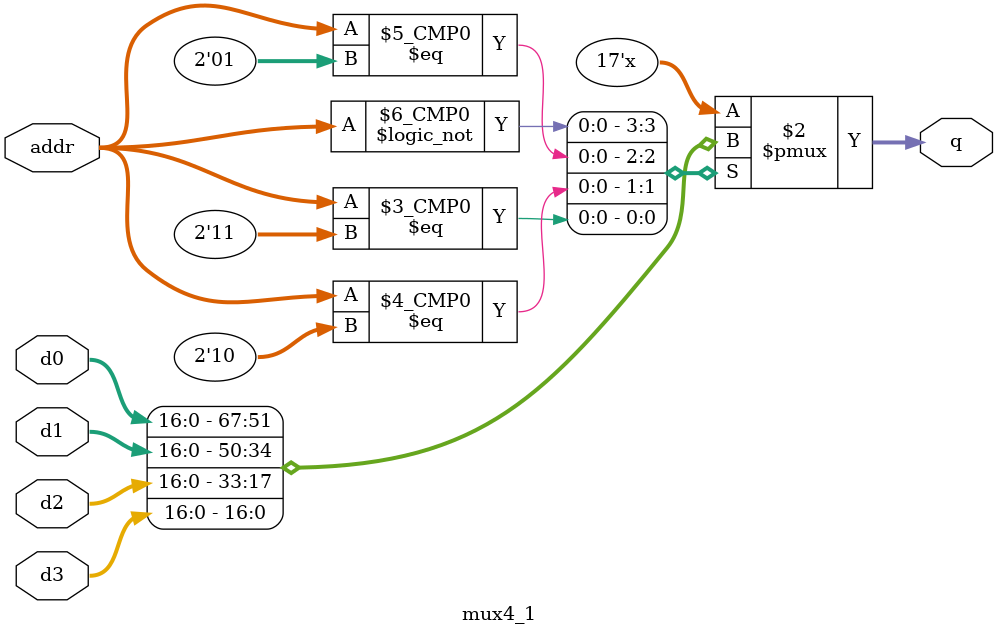
<source format=v>
`timescale 1ns / 1ps

module mux4_1
(
    input      [16:0] d0,
    input      [16:0] d1,
    input      [16:0] d2,
    input      [16:0] d3,
    input      [1:0]  addr,
    output reg [16:0] q
);
    always @* begin
        case(addr)
        2'b00: q = d0;
        2'b01: q = d1;
        2'b10: q = d2;
        2'b11: q = d3;
        endcase
    end
endmodule
</source>
